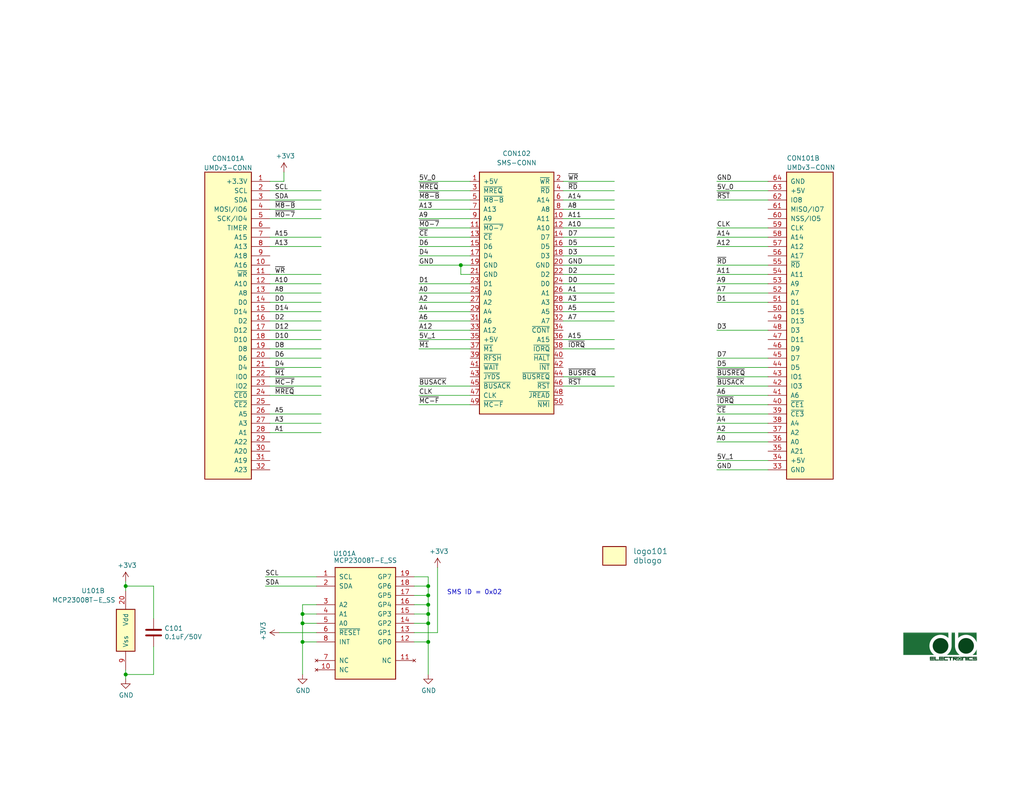
<source format=kicad_sch>
(kicad_sch (version 20230121) (generator eeschema)
  (paper "USLetter")
  (title_block (title "Sega Master System UMDv3 Cartridge Adapter") (date "2023-12-20") (rev "3.0") (company "db Electronics") (comment 1 "https://github.com/db-electronics/UMDv3-sms-kicad") (comment 2 "Licensed under CERN OHL v.1.2") (comment 3 "Copyright René Richard 2023"))
  (lib_symbols
    (symbol "db-artwork:logo" (pin_names (offset 1.016))
      (property "Reference" "logo" (at 0 6.35 0))
      (property "Value" "logo" (at 0 3.81 0))
      (symbol "logo_0_1"
        (rectangle (start -2.54 2.54) (end 3.81 -2.54) (stroke (width 0.254)) (fill (type background)))
      )
    )
    (symbol "db-passives:C_0603" (pin_numbers hide) (pin_names (offset 0.254))
      (property "Reference" "C" (at 0.635 2.54 0))
      (property "Value" "C_0603" (at 0.635 -2.54 0))
      (symbol "C_0603_0_1"
        (polyline (pts (xy -2.032 -0.762) (xy 2.032 -0.762)) (stroke (width 0.508)))
        (polyline (pts (xy -2.032 0.762) (xy 2.032 0.762)) (stroke (width 0.508)))
      )
      (symbol "C_0603_1_1"
        (pin passive line (at 0 3.81 270) (length 2.794) (name "~") (number "1"))
        (pin passive line (at 0 -3.81 90) (length 2.794) (name "~") (number "2"))
      )
    )
    (symbol "db-sem:MCP23008T-E_SS" (pin_names (offset 1.016))
      (property "Reference" "U" (at 2.54 3.81 0))
      (property "Value" "MCP23008T-E_SS" (at 8.89 1.27 0))
      (symbol "MCP23008T-E_SS_1_1"
        (rectangle (start 0 0) (end 16.51 -30.48) (stroke (width 0.254)) (fill (type background)))
        (pin input line (at -5.08 -2.54 0) (length 5.08) (name "SCL") (number "1"))
        (pin no_connect line (at -5.08 -27.94 0) (length 5.08) (name "NC") (number "10"))
        (pin no_connect line (at 21.59 -25.4 180) (length 5.08) (name "NC") (number "11"))
        (pin bidirectional line (at 21.59 -20.32 180) (length 5.08) (name "GP0") (number "12"))
        (pin bidirectional line (at 21.59 -17.78 180) (length 5.08) (name "GP1") (number "13"))
        (pin bidirectional line (at 21.59 -15.24 180) (length 5.08) (name "GP2") (number "14"))
        (pin bidirectional line (at 21.59 -12.7 180) (length 5.08) (name "GP3") (number "15"))
        (pin bidirectional line (at 21.59 -10.16 180) (length 5.08) (name "GP4") (number "16"))
        (pin bidirectional line (at 21.59 -7.62 180) (length 5.08) (name "GP5") (number "17"))
        (pin bidirectional line (at 21.59 -5.08 180) (length 5.08) (name "GP6") (number "18"))
        (pin bidirectional line (at 21.59 -2.54 180) (length 5.08) (name "GP7") (number "19"))
        (pin bidirectional line (at -5.08 -5.08 0) (length 5.08) (name "SDA") (number "2"))
        (pin input line (at -5.08 -10.16 0) (length 5.08) (name "A2") (number "3"))
        (pin input line (at -5.08 -12.7 0) (length 5.08) (name "A1") (number "4"))
        (pin input line (at -5.08 -15.24 0) (length 5.08) (name "A0") (number "5"))
        (pin input line (at -5.08 -17.78 0) (length 5.08) (name "~{RESET}") (number "6"))
        (pin no_connect line (at -5.08 -25.4 0) (length 5.08) (name "NC") (number "7"))
        (pin output line (at -5.08 -20.32 0) (length 5.08) (name "INT") (number "8"))
      )
      (symbol "MCP23008T-E_SS_2_1"
        (rectangle (start 0 0) (end 5.08 -11.43) (stroke (width 0.254)) (fill (type background)))
        (pin power_in line (at 2.54 5.08 270) (length 5.08) (name "Vdd") (number "20"))
        (pin power_in line (at 2.54 -16.51 90) (length 5.08) (name "Vss") (number "9"))
      )
    )
    (symbol "db-vgparts:SMS-CONN" (pin_names (offset 1.016))
      (property "Reference" "CON" (at 2.54 0.635 0))
      (property "Value" "SMS-CONN" (at 5.08 2.54 0))
      (symbol "SMS-CONN_0_1"
        (rectangle (start 0 0) (end 20.32 -66.04) (stroke (width 0.254)) (fill (type background)))
      )
      (symbol "SMS-CONN_1_1"
        (pin power_in line (at -2.54 -2.54 0) (length 2.54) (name "+5V") (number "1"))
        (pin input line (at 22.86 -12.7 180) (length 2.54) (name "A11") (number "10"))
        (pin input line (at -2.54 -15.24 0) (length 2.54) (name "~{M0-7}") (number "11"))
        (pin input line (at 22.86 -15.24 180) (length 2.54) (name "A10") (number "12"))
        (pin input line (at -2.54 -17.78 0) (length 2.54) (name "~{CE}") (number "13"))
        (pin input line (at 22.86 -17.78 180) (length 2.54) (name "D7") (number "14"))
        (pin input line (at -2.54 -20.32 0) (length 2.54) (name "D6") (number "15"))
        (pin input line (at 22.86 -20.32 180) (length 2.54) (name "D5") (number "16"))
        (pin input line (at -2.54 -22.86 0) (length 2.54) (name "D4") (number "17"))
        (pin input line (at 22.86 -22.86 180) (length 2.54) (name "D3") (number "18"))
        (pin power_in line (at -2.54 -25.4 0) (length 2.54) (name "GND") (number "19"))
        (pin input line (at 22.86 -2.54 180) (length 2.54) (name "~{WR}") (number "2"))
        (pin power_in line (at 22.86 -25.4 180) (length 2.54) (name "GND") (number "20"))
        (pin power_in line (at -2.54 -27.94 0) (length 2.54) (name "GND") (number "21"))
        (pin input line (at 22.86 -27.94 180) (length 2.54) (name "D2") (number "22"))
        (pin input line (at -2.54 -30.48 0) (length 2.54) (name "D1") (number "23"))
        (pin input line (at 22.86 -30.48 180) (length 2.54) (name "D0") (number "24"))
        (pin input line (at -2.54 -33.02 0) (length 2.54) (name "A0") (number "25"))
        (pin input line (at 22.86 -33.02 180) (length 2.54) (name "A1") (number "26"))
        (pin input line (at -2.54 -35.56 0) (length 2.54) (name "A2") (number "27"))
        (pin input line (at 22.86 -35.56 180) (length 2.54) (name "A3") (number "28"))
        (pin input line (at -2.54 -38.1 0) (length 2.54) (name "A4") (number "29"))
        (pin input line (at -2.54 -5.08 0) (length 2.54) (name "~{MREQ}") (number "3"))
        (pin input line (at 22.86 -38.1 180) (length 2.54) (name "A5") (number "30"))
        (pin input line (at -2.54 -40.64 0) (length 2.54) (name "A6") (number "31"))
        (pin input line (at 22.86 -40.64 180) (length 2.54) (name "A7") (number "32"))
        (pin input line (at -2.54 -43.18 0) (length 2.54) (name "A12") (number "33"))
        (pin passive line (at 22.86 -43.18 180) (length 2.54) (name "~{CONT}") (number "34"))
        (pin power_in line (at -2.54 -45.72 0) (length 2.54) (name "+5V") (number "35"))
        (pin input line (at 22.86 -45.72 180) (length 2.54) (name "A15") (number "36"))
        (pin input line (at -2.54 -48.26 0) (length 2.54) (name "~{M1}") (number "37"))
        (pin input line (at 22.86 -48.26 180) (length 2.54) (name "~{IORQ}") (number "38"))
        (pin input line (at -2.54 -50.8 0) (length 2.54) (name "~{RFSH}") (number "39"))
        (pin input line (at 22.86 -5.08 180) (length 2.54) (name "~{RD}") (number "4"))
        (pin passive line (at 22.86 -50.8 180) (length 2.54) (name "~{HALT}") (number "40"))
        (pin input line (at -2.54 -53.34 0) (length 2.54) (name "~{WAIT}") (number "41"))
        (pin passive line (at 22.86 -53.34 180) (length 2.54) (name "~{INT}") (number "42"))
        (pin input line (at -2.54 -55.88 0) (length 2.54) (name "~{JYDS}") (number "43"))
        (pin passive line (at 22.86 -55.88 180) (length 2.54) (name "~{BUSREQ}") (number "44"))
        (pin input line (at -2.54 -58.42 0) (length 2.54) (name "~{BUSACK}") (number "45"))
        (pin passive line (at 22.86 -58.42 180) (length 2.54) (name "~{RST}") (number "46"))
        (pin input line (at -2.54 -60.96 0) (length 2.54) (name "CLK") (number "47"))
        (pin passive line (at 22.86 -60.96 180) (length 2.54) (name "~{JREAD}") (number "48"))
        (pin input line (at -2.54 -63.5 0) (length 2.54) (name "~{MC-F}") (number "49"))
        (pin input line (at -2.54 -7.62 0) (length 2.54) (name "~{M8-B}") (number "5"))
        (pin passive line (at 22.86 -63.5 180) (length 2.54) (name "~{NMI}") (number "50"))
        (pin input line (at 22.86 -7.62 180) (length 2.54) (name "A14") (number "6"))
        (pin input line (at -2.54 -10.16 0) (length 2.54) (name "A13") (number "7"))
        (pin input line (at 22.86 -10.16 180) (length 2.54) (name "A8") (number "8"))
        (pin input line (at -2.54 -12.7 0) (length 2.54) (name "A9") (number "9"))
      )
    )
    (symbol "db-vgparts:UMDv3-CONN" (pin_names (offset 1.016))
      (property "Reference" "CON" (at 3.81 87.63 0))
      (property "Value" "UMDv3-CONN" (at 7.62 85.09 0))
      (symbol "UMDv3-CONN_0_1"
        (rectangle (start 0 83.82) (end 12.7 0) (stroke (width 0.254)) (fill (type background)))
      )
      (symbol "UMDv3-CONN_1_1"
        (pin power_in line (at -5.08 81.28 0) (length 5.08) (name "+3.3V") (number "1"))
        (pin passive line (at -5.08 58.42 0) (length 5.08) (name "A16") (number "10"))
        (pin passive line (at -5.08 55.88 0) (length 5.08) (name "~{WR}") (number "11"))
        (pin passive line (at -5.08 53.34 0) (length 5.08) (name "A10") (number "12"))
        (pin passive line (at -5.08 50.8 0) (length 5.08) (name "A8") (number "13"))
        (pin passive line (at -5.08 48.26 0) (length 5.08) (name "D0") (number "14"))
        (pin passive line (at -5.08 45.72 0) (length 5.08) (name "D14") (number "15"))
        (pin passive line (at -5.08 43.18 0) (length 5.08) (name "D2") (number "16"))
        (pin passive line (at -5.08 40.64 0) (length 5.08) (name "D12") (number "17"))
        (pin passive line (at -5.08 38.1 0) (length 5.08) (name "D10") (number "18"))
        (pin passive line (at -5.08 35.56 0) (length 5.08) (name "D8") (number "19"))
        (pin passive line (at -5.08 78.74 0) (length 5.08) (name "SCL") (number "2"))
        (pin passive line (at -5.08 33.02 0) (length 5.08) (name "D6") (number "20"))
        (pin passive line (at -5.08 30.48 0) (length 5.08) (name "D4") (number "21"))
        (pin passive line (at -5.08 27.94 0) (length 5.08) (name "IO0") (number "22"))
        (pin passive line (at -5.08 25.4 0) (length 5.08) (name "IO2") (number "23"))
        (pin passive line (at -5.08 22.86 0) (length 5.08) (name "~{CE0}") (number "24"))
        (pin passive line (at -5.08 20.32 0) (length 5.08) (name "~{CE2}") (number "25"))
        (pin passive line (at -5.08 17.78 0) (length 5.08) (name "A5") (number "26"))
        (pin passive line (at -5.08 15.24 0) (length 5.08) (name "A3") (number "27"))
        (pin passive line (at -5.08 12.7 0) (length 5.08) (name "A1") (number "28"))
        (pin passive line (at -5.08 10.16 0) (length 5.08) (name "A22") (number "29"))
        (pin passive line (at -5.08 76.2 0) (length 5.08) (name "SDA") (number "3"))
        (pin passive line (at -5.08 7.62 0) (length 5.08) (name "A20") (number "30"))
        (pin passive line (at -5.08 5.08 0) (length 5.08) (name "A19") (number "31"))
        (pin passive line (at -5.08 2.54 0) (length 5.08) (name "A23") (number "32"))
        (pin passive line (at -5.08 73.66 0) (length 5.08) (name "MOSI/IO6") (number "4"))
        (pin passive line (at -5.08 71.12 0) (length 5.08) (name "SCK/IO4") (number "5"))
        (pin passive line (at -5.08 68.58 0) (length 5.08) (name "TIMER") (number "6"))
        (pin passive line (at -5.08 66.04 0) (length 5.08) (name "A15") (number "7"))
        (pin passive line (at -5.08 63.5 0) (length 5.08) (name "A13") (number "8"))
        (pin passive line (at -5.08 60.96 0) (length 5.08) (name "A18") (number "9"))
      )
      (symbol "UMDv3-CONN_2_1"
        (pin power_in line (at -5.08 2.54 0) (length 5.08) (name "GND") (number "33"))
        (pin power_in line (at -5.08 5.08 0) (length 5.08) (name "+5V") (number "34"))
        (pin passive line (at -5.08 7.62 0) (length 5.08) (name "A21") (number "35"))
        (pin passive line (at -5.08 10.16 0) (length 5.08) (name "A0") (number "36"))
        (pin passive line (at -5.08 12.7 0) (length 5.08) (name "A2") (number "37"))
        (pin passive line (at -5.08 15.24 0) (length 5.08) (name "A4") (number "38"))
        (pin passive line (at -5.08 17.78 0) (length 5.08) (name "~{CE3}") (number "39"))
        (pin passive line (at -5.08 20.32 0) (length 5.08) (name "~{CE1}") (number "40"))
        (pin passive line (at -5.08 22.86 0) (length 5.08) (name "A6") (number "41"))
        (pin passive line (at -5.08 25.4 0) (length 5.08) (name "IO3") (number "42"))
        (pin passive line (at -5.08 27.94 0) (length 5.08) (name "IO1") (number "43"))
        (pin passive line (at -5.08 30.48 0) (length 5.08) (name "D5") (number "44"))
        (pin passive line (at -5.08 33.02 0) (length 5.08) (name "D7") (number "45"))
        (pin passive line (at -5.08 35.56 0) (length 5.08) (name "D9") (number "46"))
        (pin passive line (at -5.08 38.1 0) (length 5.08) (name "D11") (number "47"))
        (pin passive line (at -5.08 40.64 0) (length 5.08) (name "D3") (number "48"))
        (pin passive line (at -5.08 43.18 0) (length 5.08) (name "D13") (number "49"))
        (pin passive line (at -5.08 45.72 0) (length 5.08) (name "D15") (number "50"))
        (pin passive line (at -5.08 48.26 0) (length 5.08) (name "D1") (number "51"))
        (pin passive line (at -5.08 50.8 0) (length 5.08) (name "A7") (number "52"))
        (pin passive line (at -5.08 53.34 0) (length 5.08) (name "A9") (number "53"))
        (pin passive line (at -5.08 55.88 0) (length 5.08) (name "A11") (number "54"))
        (pin passive line (at -5.08 58.42 0) (length 5.08) (name "~{RD}") (number "55"))
        (pin passive line (at -5.08 60.96 0) (length 5.08) (name "A17") (number "56"))
        (pin passive line (at -5.08 63.5 0) (length 5.08) (name "A12") (number "57"))
        (pin passive line (at -5.08 66.04 0) (length 5.08) (name "A14") (number "58"))
        (pin passive line (at -5.08 68.58 0) (length 5.08) (name "CLK") (number "59"))
        (pin passive line (at -5.08 71.12 0) (length 5.08) (name "NSS/IO5") (number "60"))
        (pin passive line (at -5.08 73.66 0) (length 5.08) (name "MISO/IO7") (number "61"))
        (pin passive line (at -5.08 76.2 0) (length 5.08) (name "IO8") (number "62"))
        (pin power_in line (at -5.08 78.74 0) (length 5.08) (name "+5V") (number "63"))
        (pin power_in line (at -5.08 81.28 0) (length 5.08) (name "GND") (number "64"))
      )
    )
    (symbol "power:+3.3V" (power) (pin_names (offset 0))
      (property "Value" "+3.3V" (at 0 3.556 0))
      (symbol "+3.3V_0_1"
        (polyline (pts (xy -0.762 1.27) (xy 0 2.54)))
        (polyline (pts (xy 0 0) (xy 0 2.54)))
        (polyline (pts (xy 0 2.54) (xy 0.762 1.27)))
      )
      (symbol "+3.3V_1_1"
        (pin power_in line (at 0 0 90) (length 0) hide (name "+3V3") (number "1"))
      )
    )
    (symbol "power:GND" (power) (pin_names (offset 0))
      (property "Value" "GND" (at 0 -3.81 0))
      (symbol "GND_0_1"
        (polyline (pts (xy 0 0) (xy 0 -1.27) (xy 1.27 -1.27) (xy 0 -2.54) (xy -1.27 -1.27) (xy 0 -1.27)))
      )
      (symbol "GND_1_1"
        (pin power_in line (at 0 0 270) (length 0) hide (name "GND") (number "1"))
      )
    )
  )
  (junction (at 82.55 175.26))
  (junction (at 116.84 162.56))
  (junction (at 82.55 167.64))
  (junction (at 34.29 184.15))
  (junction (at 82.55 170.18))
  (junction (at 116.84 167.64))
  (junction (at 116.84 170.18))
  (junction (at 125.73 72.39))
  (junction (at 116.84 165.1))
  (junction (at 34.29 160.02))
  (junction (at 116.84 175.26))
  (junction (at 116.84 160.02))
  (wire (pts (xy 34.29 158.75) (xy 34.29 160.02)))
  (wire (pts (xy 114.3 87.63) (xy 128.27 87.63)))
  (wire (pts (xy 113.03 162.56) (xy 116.84 162.56)))
  (wire (pts (xy 195.58 107.95) (xy 209.55 107.95)))
  (wire (pts (xy 195.58 115.57) (xy 209.55 115.57)))
  (wire (pts (xy 113.03 160.02) (xy 116.84 160.02)))
  (wire (pts (xy 73.66 74.93) (xy 87.63 74.93)))
  (wire (pts (xy 73.66 82.55) (xy 87.63 82.55)))
  (wire (pts (xy 73.66 67.31) (xy 87.63 67.31)))
  (wire (pts (xy 114.3 54.61) (xy 128.27 54.61)))
  (wire (pts (xy 113.03 157.48) (xy 116.84 157.48)))
  (wire (pts (xy 153.67 82.55) (xy 167.64 82.55)))
  (wire (pts (xy 86.36 160.02) (xy 72.39 160.02)))
  (wire (pts (xy 116.84 165.1) (xy 116.84 167.64)))
  (wire (pts (xy 73.66 59.69) (xy 87.63 59.69)))
  (wire (pts (xy 114.3 72.39) (xy 125.73 72.39)))
  (wire (pts (xy 34.29 160.02) (xy 41.91 160.02)))
  (wire (pts (xy 114.3 52.07) (xy 128.27 52.07)))
  (wire (pts (xy 195.58 52.07) (xy 209.55 52.07)))
  (wire (pts (xy 114.3 69.85) (xy 128.27 69.85)))
  (wire (pts (xy 41.91 160.02) (xy 41.91 168.91)))
  (wire (pts (xy 114.3 105.41) (xy 128.27 105.41)))
  (wire (pts (xy 113.03 172.72) (xy 119.38 172.72)))
  (wire (pts (xy 195.58 62.23) (xy 209.55 62.23)))
  (wire (pts (xy 153.67 49.53) (xy 167.64 49.53)))
  (wire (pts (xy 153.67 67.31) (xy 167.64 67.31)))
  (wire (pts (xy 76.2 172.72) (xy 86.36 172.72)))
  (wire (pts (xy 73.66 80.01) (xy 87.63 80.01)))
  (wire (pts (xy 195.58 102.87) (xy 209.55 102.87)))
  (wire (pts (xy 73.66 77.47) (xy 87.63 77.47)))
  (wire (pts (xy 153.67 62.23) (xy 167.64 62.23)))
  (wire (pts (xy 195.58 64.77) (xy 209.55 64.77)))
  (wire (pts (xy 73.66 105.41) (xy 87.63 105.41)))
  (wire (pts (xy 73.66 118.11) (xy 87.63 118.11)))
  (wire (pts (xy 119.38 172.72) (xy 119.38 154.94)))
  (wire (pts (xy 73.66 52.07) (xy 87.63 52.07)))
  (wire (pts (xy 82.55 170.18) (xy 82.55 175.26)))
  (wire (pts (xy 153.67 57.15) (xy 167.64 57.15)))
  (wire (pts (xy 113.03 175.26) (xy 116.84 175.26)))
  (wire (pts (xy 195.58 82.55) (xy 209.55 82.55)))
  (wire (pts (xy 73.66 87.63) (xy 87.63 87.63)))
  (wire (pts (xy 113.03 170.18) (xy 116.84 170.18)))
  (wire (pts (xy 114.3 107.95) (xy 128.27 107.95)))
  (wire (pts (xy 116.84 170.18) (xy 116.84 175.26)))
  (wire (pts (xy 114.3 64.77) (xy 128.27 64.77)))
  (wire (pts (xy 195.58 120.65) (xy 209.55 120.65)))
  (wire (pts (xy 86.36 165.1) (xy 82.55 165.1)))
  (wire (pts (xy 73.66 64.77) (xy 87.63 64.77)))
  (wire (pts (xy 114.3 90.17) (xy 128.27 90.17)))
  (wire (pts (xy 153.67 69.85) (xy 167.64 69.85)))
  (wire (pts (xy 73.66 90.17) (xy 87.63 90.17)))
  (wire (pts (xy 153.67 87.63) (xy 167.64 87.63)))
  (wire (pts (xy 195.58 90.17) (xy 209.55 90.17)))
  (wire (pts (xy 114.3 92.71) (xy 128.27 92.71)))
  (wire (pts (xy 195.58 128.27) (xy 209.55 128.27)))
  (wire (pts (xy 195.58 72.39) (xy 209.55 72.39)))
  (wire (pts (xy 73.66 54.61) (xy 87.63 54.61)))
  (wire (pts (xy 153.67 102.87) (xy 167.64 102.87)))
  (wire (pts (xy 195.58 118.11) (xy 209.55 118.11)))
  (wire (pts (xy 114.3 85.09) (xy 128.27 85.09)))
  (wire (pts (xy 153.67 59.69) (xy 167.64 59.69)))
  (wire (pts (xy 73.66 49.53) (xy 77.47 49.53)))
  (wire (pts (xy 195.58 100.33) (xy 209.55 100.33)))
  (wire (pts (xy 113.03 167.64) (xy 116.84 167.64)))
  (wire (pts (xy 34.29 160.02) (xy 34.29 161.29)))
  (wire (pts (xy 77.47 49.53) (xy 77.47 46.99)))
  (wire (pts (xy 114.3 67.31) (xy 128.27 67.31)))
  (wire (pts (xy 86.36 157.48) (xy 72.39 157.48)))
  (wire (pts (xy 82.55 175.26) (xy 82.55 184.15)))
  (wire (pts (xy 153.67 77.47) (xy 167.64 77.47)))
  (wire (pts (xy 114.3 80.01) (xy 128.27 80.01)))
  (wire (pts (xy 34.29 185.42) (xy 34.29 184.15)))
  (wire (pts (xy 34.29 184.15) (xy 41.91 184.15)))
  (wire (pts (xy 73.66 92.71) (xy 87.63 92.71)))
  (wire (pts (xy 195.58 49.53) (xy 209.55 49.53)))
  (wire (pts (xy 195.58 67.31) (xy 209.55 67.31)))
  (wire (pts (xy 73.66 57.15) (xy 87.63 57.15)))
  (wire (pts (xy 153.67 52.07) (xy 167.64 52.07)))
  (wire (pts (xy 153.67 85.09) (xy 167.64 85.09)))
  (wire (pts (xy 125.73 74.93) (xy 125.73 72.39)))
  (wire (pts (xy 73.66 113.03) (xy 87.63 113.03)))
  (wire (pts (xy 73.66 97.79) (xy 87.63 97.79)))
  (wire (pts (xy 153.67 64.77) (xy 167.64 64.77)))
  (wire (pts (xy 114.3 59.69) (xy 128.27 59.69)))
  (wire (pts (xy 73.66 95.25) (xy 87.63 95.25)))
  (wire (pts (xy 114.3 95.25) (xy 128.27 95.25)))
  (wire (pts (xy 128.27 74.93) (xy 125.73 74.93)))
  (wire (pts (xy 73.66 107.95) (xy 87.63 107.95)))
  (wire (pts (xy 153.67 74.93) (xy 167.64 74.93)))
  (wire (pts (xy 114.3 110.49) (xy 128.27 110.49)))
  (wire (pts (xy 82.55 167.64) (xy 82.55 170.18)))
  (wire (pts (xy 195.58 77.47) (xy 209.55 77.47)))
  (wire (pts (xy 116.84 162.56) (xy 116.84 165.1)))
  (wire (pts (xy 114.3 77.47) (xy 128.27 77.47)))
  (wire (pts (xy 86.36 170.18) (xy 82.55 170.18)))
  (wire (pts (xy 153.67 105.41) (xy 167.64 105.41)))
  (wire (pts (xy 116.84 157.48) (xy 116.84 160.02)))
  (wire (pts (xy 125.73 72.39) (xy 128.27 72.39)))
  (wire (pts (xy 82.55 165.1) (xy 82.55 167.64)))
  (wire (pts (xy 153.67 80.01) (xy 167.64 80.01)))
  (wire (pts (xy 116.84 160.02) (xy 116.84 162.56)))
  (wire (pts (xy 195.58 125.73) (xy 209.55 125.73)))
  (wire (pts (xy 195.58 105.41) (xy 209.55 105.41)))
  (wire (pts (xy 195.58 54.61) (xy 209.55 54.61)))
  (wire (pts (xy 73.66 100.33) (xy 87.63 100.33)))
  (wire (pts (xy 195.58 80.01) (xy 209.55 80.01)))
  (wire (pts (xy 195.58 97.79) (xy 209.55 97.79)))
  (wire (pts (xy 153.67 54.61) (xy 167.64 54.61)))
  (wire (pts (xy 116.84 175.26) (xy 116.84 184.15)))
  (wire (pts (xy 116.84 167.64) (xy 116.84 170.18)))
  (wire (pts (xy 114.3 62.23) (xy 128.27 62.23)))
  (wire (pts (xy 34.29 184.15) (xy 34.29 182.88)))
  (wire (pts (xy 195.58 110.49) (xy 209.55 110.49)))
  (wire (pts (xy 153.67 72.39) (xy 167.64 72.39)))
  (wire (pts (xy 195.58 74.93) (xy 209.55 74.93)))
  (wire (pts (xy 86.36 175.26) (xy 82.55 175.26)))
  (wire (pts (xy 195.58 113.03) (xy 209.55 113.03)))
  (wire (pts (xy 153.67 95.25) (xy 167.64 95.25)))
  (wire (pts (xy 114.3 82.55) (xy 128.27 82.55)))
  (wire (pts (xy 86.36 167.64) (xy 82.55 167.64)))
  (wire (pts (xy 73.66 102.87) (xy 87.63 102.87)))
  (wire (pts (xy 114.3 57.15) (xy 128.27 57.15)))
  (wire (pts (xy 73.66 85.09) (xy 87.63 85.09)))
  (wire (pts (xy 113.03 165.1) (xy 116.84 165.1)))
  (wire (pts (xy 73.66 115.57) (xy 87.63 115.57)))
  (wire (pts (xy 114.3 49.53) (xy 128.27 49.53)))
  (wire (pts (xy 153.67 92.71) (xy 167.64 92.71)))
  (wire (pts (xy 41.91 184.15) (xy 41.91 176.53)))
  (image (at 256.54 176.53) (scale 0.4))
  (text "SMS ID = 0x02" (at 121.92 162.56 0) (effects (font (size 1.27 1.27)) (justify left bottom)))
  (label "~{IORQ}" (at 154.94 95.25 0))
  (label "A12" (at 114.3 90.17 0))
  (label "~{CE}" (at 195.58 113.03 0))
  (label "A10" (at 154.94 62.23 0))
  (label "D5" (at 154.94 67.31 0))
  (label "A3" (at 74.93 115.57 0))
  (label "CLK" (at 114.3 107.95 0))
  (label "~{MC-F}" (at 114.3 110.49 0))
  (label "~{M1}" (at 114.3 95.25 0))
  (label "5V_1" (at 195.58 125.73 0))
  (label "A0" (at 114.3 80.01 0))
  (label "SCL" (at 72.39 157.48 0))
  (label "A9" (at 114.3 59.69 0))
  (label "~{M0-7}" (at 74.93 59.69 0))
  (label "GND" (at 195.58 49.53 0))
  (label "A6" (at 195.58 107.95 0))
  (label "~{RD}" (at 195.58 72.39 0))
  (label "A1" (at 154.94 80.01 0))
  (label "A8" (at 74.93 80.01 0))
  (label "~{WR}" (at 74.93 74.93 0))
  (label "SDA" (at 72.39 160.02 0))
  (label "~{BUSACK}" (at 114.3 105.41 0))
  (label "D6" (at 114.3 67.31 0))
  (label "D0" (at 74.93 82.55 0))
  (label "~{MC-F}" (at 74.93 105.41 0))
  (label "CLK" (at 195.58 62.23 0))
  (label "D1" (at 114.3 77.47 0))
  (label "GND" (at 114.3 72.39 0))
  (label "~{CE}" (at 114.3 64.77 0))
  (label "A11" (at 195.58 74.93 0))
  (label "~{BUSREQ}" (at 154.94 102.87 0))
  (label "~{M0-7}" (at 114.3 62.23 0))
  (label "~{M1}" (at 74.93 102.87 0))
  (label "A1" (at 74.93 118.11 0))
  (label "A15" (at 154.94 92.71 0))
  (label "~{BUSACK}" (at 195.58 105.41 0))
  (label "5V_0" (at 114.3 49.53 0))
  (label "~{RD}" (at 154.94 52.07 0))
  (label "~{RST}" (at 154.94 105.41 0))
  (label "D4" (at 114.3 69.85 0))
  (label "A7" (at 195.58 80.01 0))
  (label "A9" (at 195.58 77.47 0))
  (label "A5" (at 74.93 113.03 0))
  (label "A2" (at 114.3 82.55 0))
  (label "D2" (at 74.93 87.63 0))
  (label "~{M8-B}" (at 114.3 54.61 0))
  (label "~{IORQ}" (at 195.58 110.49 0))
  (label "D12" (at 74.93 90.17 0))
  (label "~{MREQ}" (at 74.93 107.95 0))
  (label "A5" (at 154.94 85.09 0))
  (label "D3" (at 154.94 69.85 0))
  (label "SCL" (at 74.93 52.07 0))
  (label "A12" (at 195.58 67.31 0))
  (label "5V_1" (at 114.3 92.71 0))
  (label "A4" (at 195.58 115.57 0))
  (label "A15" (at 74.93 64.77 0))
  (label "5V_0" (at 195.58 52.07 0))
  (label "SDA" (at 74.93 54.61 0))
  (label "~{RST}" (at 195.58 54.61 0))
  (label "D4" (at 74.93 100.33 0))
  (label "A7" (at 154.94 87.63 0))
  (label "D8" (at 74.93 95.25 0))
  (label "GND" (at 195.58 128.27 0))
  (label "A4" (at 114.3 85.09 0))
  (label "A14" (at 154.94 54.61 0))
  (label "~{WR}" (at 154.94 49.53 0))
  (label "A11" (at 154.94 59.69 0))
  (label "D3" (at 195.58 90.17 0))
  (label "A8" (at 154.94 57.15 0))
  (label "D5" (at 195.58 100.33 0))
  (label "GND" (at 154.94 72.39 0))
  (label "D10" (at 74.93 92.71 0))
  (label "D2" (at 154.94 74.93 0))
  (label "A3" (at 154.94 82.55 0))
  (label "D7" (at 154.94 64.77 0))
  (label "D1" (at 195.58 82.55 0))
  (label "A2" (at 195.58 118.11 0))
  (label "A6" (at 114.3 87.63 0))
  (label "D14" (at 74.93 85.09 0))
  (label "D6" (at 74.93 97.79 0))
  (label "D7" (at 195.58 97.79 0))
  (label "D0" (at 154.94 77.47 0))
  (label "A13" (at 114.3 57.15 0))
  (label "~{M8-B}" (at 74.93 57.15 0))
  (label "A13" (at 74.93 67.31 0))
  (label "A0" (at 195.58 120.65 0))
  (label "A10" (at 74.93 77.47 0))
  (label "~{BUSREQ}" (at 195.58 102.87 0))
  (label "A14" (at 195.58 64.77 0))
  (label "~{MREQ}" (at 114.3 52.07 0))
  (symbol (lib_id "db-sem:MCP23008T-E_SS") (at 91.44 154.94 0) (unit 1)
    (property "Reference" "U101" (at 93.98 151.13 0))
    (property "Value" "MCP23008T-E_SS" (at 99.695 153.0096 0))
    (property "Footprint" "db-smt:SSOP-20" (effects hide))
    (property "Datasheet" "http://www.microchip.com/mymicrochip/filehandler.aspx?ddocname=en021920" (effects hide))
    (property "Digikey" "MCP23008T-E/SSCT-ND" (effects hide))
    (property "Description" "IC I/O EXPANDER 8BIT I2C 20-SSOP" (effects hide))
  )
  (symbol (lib_id "db-passives:C_0603") (at 41.91 172.72 0) (unit 1)
    (property "Reference" "C101" (at 44.831 171.5516 0) (effects (justify left)))
    (property "Value" "0.1uF/50V" (at 44.831 173.863 0) (effects (justify left)))
    (property "Footprint" "db-smt:0603" (effects hide))
    (property "Digikey" "478-5052-1-ND" (effects hide))
    (property "Description" "CAP CER 0.1UF 50V X7R 0603" (effects hide))
  )
  (symbol (lib_id "db-sem:MCP23008T-E_SS") (at 31.75 166.37 0) (unit 2)
    (property "Reference" "U101" (at 25.4 161.29 0))
    (property "Value" "MCP23008T-E_SS" (at 22.86 163.83 0))
    (property "Footprint" "db-smt:SSOP-20" (effects hide))
    (property "Datasheet" "http://www.microchip.com/mymicrochip/filehandler.aspx?ddocname=en021920" (effects hide))
    (property "Digikey" "MCP23008T-E/SSCT-ND" (effects hide))
    (property "Description" "IC I/O EXPANDER 8BIT I2C 20-SSOP" (effects hide))
  )
  (symbol (lib_id "power:GND") (at 34.29 185.42 0) (unit 1)
    (property "Reference" "#PWR0102" (effects hide))
    (property "Value" "GND" (at 34.417 189.8142 0))
  )
  (symbol (lib_id "power:GND") (at 116.84 184.15 0) (unit 1)
    (property "Reference" "#PWR0101" (effects hide))
    (property "Value" "GND" (at 116.967 188.5442 0))
  )
  (symbol (lib_id "power:GND") (at 82.55 184.15 0) (unit 1)
    (property "Reference" "#PWR0103" (effects hide))
    (property "Value" "GND" (at 82.677 188.5442 0))
  )
  (symbol (lib_id "power:+3.3V") (at 34.29 158.75 0) (unit 1)
    (property "Reference" "#PWR0105" (effects hide))
    (property "Value" "+3.3V" (at 34.671 154.3558 0))
  )
  (symbol (lib_id "power:+3.3V") (at 77.47 46.99 0) (unit 1)
    (property "Reference" "#PWR0106" (effects hide))
    (property "Value" "+3.3V" (at 77.851 42.5958 0))
  )
  (symbol (lib_id "power:+3.3V") (at 119.38 154.94 0) (unit 1)
    (property "Reference" "#PWR0104" (effects hide))
    (property "Value" "+3.3V" (at 119.761 150.5458 0))
  )
  (symbol (lib_id "power:+3.3V") (at 76.2 172.72 90) (unit 1)
    (property "Reference" "#PWR0107" (effects hide))
    (property "Value" "+3.3V" (at 71.8058 172.339 0))
  )
  (symbol (lib_id "db-vgparts:SMS-CONN") (at 130.81 46.99 0) (unit 1)
    (property "Reference" "CON102" (at 140.97 41.91 0))
    (property "Value" "SMS-CONN" (at 140.97 44.45 0))
    (property "Footprint" "db-thparts:SMS-CONN" (effects hide))
    (property "Datasheet" "https://www.te.com/commerce/DocumentDelivery/DDEController?Action=srchrtrv&DocNm=5530843&DocType=Customer+Drawing&DocLang=English" (effects hide))
    (property "Digikey" "A31718-ND" (effects hide))
    (property "Description" "CONN CARDEDGE FEMALE 50POS 0.100" (effects hide))
  )
  (symbol (lib_id "db-vgparts:UMDv3-CONN") (at 214.63 130.81 0) (unit 2)
    (property "Reference" "CON101" (at 214.63 43.1831 0) (effects (justify left)))
    (property "Value" "UMDv3-CONN" (at 214.63 45.72 0) (effects (justify left)))
    (property "Footprint" "db-thparts:UMDv3-CONN-DIP64" (effects hide))
    (property "Datasheet" "http://suddendocs.samtec.com/prints/ssw-1xx-xx-xxx-x-xx-xxx-xx-mkt.pdf" (effects hide))
    (property "Digikey" "SAM1211-32-ND" (effects hide))
    (property "Description" "CONN RCPT 32POS 0.1 GOLD PCB" (effects hide))
  )
  (symbol (lib_id "db-vgparts:UMDv3-CONN") (at 68.58 130.81 0) (mirror y) (unit 1)
    (property "Reference" "CON101" (at 62.23 43.2902 0))
    (property "Value" "UMDv3-CONN" (at 62.23 45.8271 0))
    (property "Footprint" "db-thparts:UMDv3-CONN-DIP64" (effects hide))
    (property "Datasheet" "http://suddendocs.samtec.com/prints/ssw-1xx-xx-xxx-x-xx-xxx-xx-mkt.pdf" (effects hide))
    (property "Digikey" "SAM1211-32-ND" (effects hide))
    (property "Description" "CONN RCPT 32POS 0.1 GOLD PCB" (effects hide))
  )
  (symbol (lib_id "db-artwork:logo") (at 167.005 151.765 0) (unit 1)
    (property "Reference" "logo101" (at 172.72 150.495 0) (effects (font (size 1.524 1.524)) (justify left)))
    (property "Value" "dblogo" (at 172.72 153.035 0) (effects (font (size 1.524 1.524)) (justify left)))
    (property "Footprint" "db-artwork:db-logo_10mm" (effects hide))
  )
)
</source>
